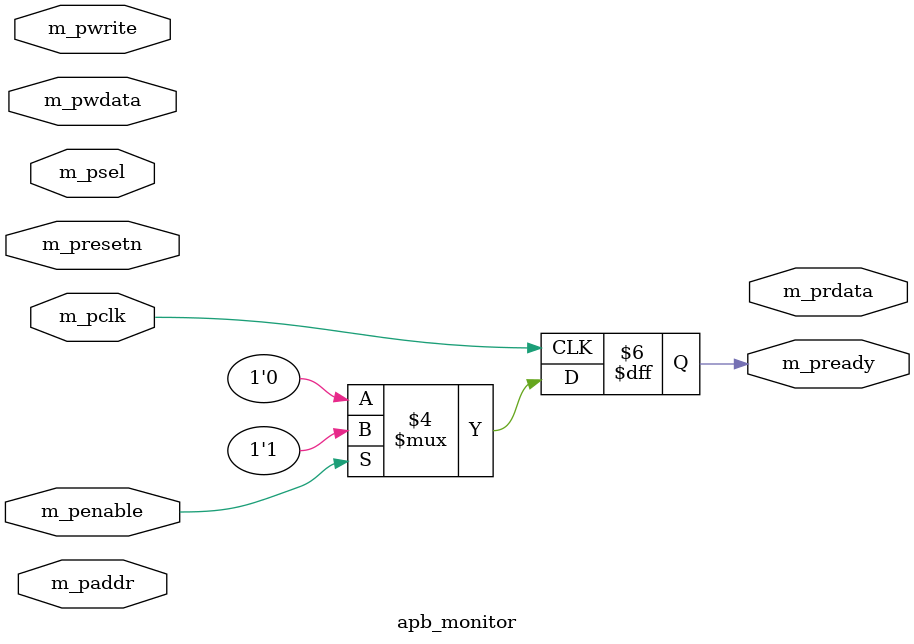
<source format=v>
module apb_monitor#(
                        parameter BANK_ADDR		= 	2,
						parameter DATA_WIDTH 	= 	8,
						parameter ADDR_WIDTH	=	3
                        )(
                        output		[DATA_WIDTH-1 : 0]		m_prdata,
                        output		reg						m_pready,
                        input								m_pclk,
                        input								m_presetn,
                        input		[DATA_WIDTH-1 : 0]		m_pwdata,
                        input								m_pwrite,
                        input		[BANK_ADDR-1	:	0]	m_psel,
                        input								m_penable,
                        input		[ADDR_WIDTH-1 : 0]		m_paddr
                        );


initial begin
        $display("Module %m");
        $monitor($time, "\n pwrite=%h psel=%h, paddr=%h,pwdata=%h, penable=%h, pready=%h \n", m_pwrite, m_psel, m_paddr, m_pwdata, m_penable, m_pready);
end

always @(posedge m_pclk) begin
	if(m_penable)
		m_pready <= 1'b1;
	else
		m_pready <= 1'b0;
end 

endmodule

</source>
